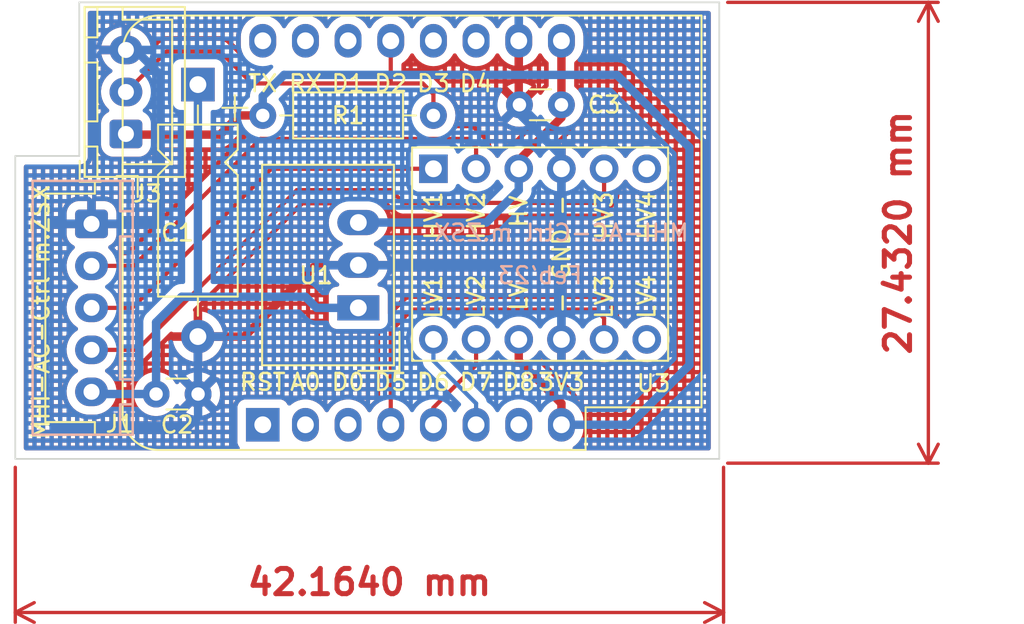
<source format=kicad_pcb>
(kicad_pcb (version 20211014) (generator pcbnew)
  (title_block (title "MHI-AC-Ctrl") (date "2022-10-24") (rev "v2.3"))
  (layers (0 "F.Cu" signal) (31 "B.Cu" signal) (34 "B.Paste" user) (35 "F.Paste" user) (36 "B.SilkS" user "B.Silkscreen") (37 "F.SilkS" user "F.Silkscreen") (38 "B.Mask" user) (39 "F.Mask" user) (44 "Edge.Cuts" user))
  (net 0 "")
  (net 1 "+12V")
  (net 2 "GND")
  (net 3 "+5V")
  (net 4 "MISO_5V")
  (net 5 "MOSI_5V")
  (net 6 "CLK_5V")
  (net 7 "+3V3")
  (net 8 "DS18x20")
  (net 12 "MOSI_3V3")
  (net 13 "MISO_3V3")
  (net 14 "CLK_3V3")
  (footprint "Converter_DCDC:Converter_DCDC_TRACO_TSR-1_THT" (layer "F.Cu") (at 99.6696 55.2704 90)
    (fp_text reference "U1" (at 1.9304 -2.5146 180) (layer "F.SilkS"))
    (fp_text value "TSR_1-2450" hide)
    (fp_line (start -3.42 -5.73) (end 8.52 -5.73) (layer "F.SilkS") (width 0.12))
    (fp_line (start -3.75 0) (end -3.75 2.45) (layer "F.SilkS") (width 0.12))
    (fp_line (start -3.75 2.45) (end -1.42 2.45) (layer "F.SilkS") (width 0.12))
    (fp_line (start 8.52 2.12) (end -3.42 2.12) (layer "F.SilkS") (width 0.12))
    (fp_line (start 8.52 -5.73) (end 8.52 2.12) (layer "F.SilkS") (width 0.12))
    (fp_line (start -3.42 2.12) (end -3.42 -5.73) (layer "F.SilkS") (width 0.12))
    (pad "1" thru_hole rect (at 0 0 90) (size 1.5 2.5) (drill 1) (layers *.Cu *.Mask) (net 1 "+12V"))
    (pad "2" thru_hole oval (at 2.54 0 90) (size 1.5 2.5) (drill 1) (layers *.Cu *.Mask) (net 2 "GND"))
    (pad "3" thru_hole oval (at 5.08 0 90) (size 1.5 2.5) (drill 1) (layers *.Cu *.Mask) (net 3 "+5V"))
  )
  (footprint "Connector_JST:JST_XH_B5B-XH-A_1x05_P2.50mm_Vertical" (layer "F.Cu") (at 83.7862 50.2704 -90)
    (fp_text reference "J1" (at 11.9088 -1.7 180) (layer "F.SilkS"))
    (fp_text value "Conn_01x05")
    (fp_line (start -2.55 -1.7) (end -0.75 -1.7) (layer "F.SilkS") (width 0.12))
    (fp_line (start 12.55 -2.45) (end 10.75 -2.45) (layer "F.SilkS") (width 0.12))
    (fp_line (start -2.56 -2.46) (end -2.56 3.51) (layer "F.SilkS") (width 0.12))
    (fp_line (start -2.85 -2.75) (end -2.85 -1.5) (layer "F.SilkS") (width 0.12))
    (fp_line (start -1.8 2.75) (end 5 2.75) (layer "F.SilkS") (width 0.12))
    (fp_line (start 10.75 -1.7) (end 12.55 -1.7) (layer "F.SilkS") (width 0.12))
    (fp_line (start 0.75 -1.7) (end 9.25 -1.7) (layer "F.SilkS") (width 0.12))
    (fp_line (start 11.8 -0.2) (end 11.8 2.75) (layer "F.SilkS") (width 0.12))
    (fp_line (start -1.6 -2.75) (end -2.85 -2.75) (layer "F.SilkS") (width 0.12))
    (fp_line (start -0.75 -2.45) (end -2.55 -2.45) (layer "F.SilkS") (width 0.12))
    (fp_line (start -2.55 -0.2) (end -1.8 -0.2) (layer "F.SilkS") (width 0.12))
    (fp_line (start -2.56 3.51) (end 12.56 3.51) (layer "F.SilkS") (width 0.12))
    (fp_line (start 12.56 -2.46) (end -2.56 -2.46) (layer "F.SilkS") (width 0.12))
    (fp_line (start -0.75 -1.7) (end -0.75 -2.45) (layer "F.SilkS") (width 0.12))
    (fp_line (start 10.75 -2.45) (end 10.75 -1.7) (layer "F.SilkS") (width 0.12))
    (fp_line (start 11.8 2.75) (end 5 2.75) (layer "F.SilkS") (width 0.12))
    (fp_line (start 9.25 -2.45) (end 0.75 -2.45) (layer "F.SilkS") (width 0.12))
    (fp_line (start 12.55 -0.2) (end 11.8 -0.2) (layer "F.SilkS") (width 0.12))
    (fp_line (start -2.55 -2.45) (end -2.55 -1.7) (layer "F.SilkS") (width 0.12))
    (fp_line (start 0.75 -2.45) (end 0.75 -1.7) (layer "F.SilkS") (width 0.12))
    (fp_line (start -1.8 -0.2) (end -1.8 2.75) (layer "F.SilkS") (width 0.12))
    (fp_line (start 12.56 3.51) (end 12.56 -2.46) (layer "F.SilkS") (width 0.12))
    (fp_line (start 12.55 -1.7) (end 12.55 -2.45) (layer "F.SilkS") (width 0.12))
    (fp_line (start 9.25 -1.7) (end 9.25 -2.45) (layer "F.SilkS") (width 0.12))
    (pad "1" thru_hole roundrect (at 0 0 270) (size 1.7 1.95) (drill 0.95) (layers *.Cu *.Mask) (roundrect_rratio 0.1470588235) (net 2 "GND"))
    (pad "2" thru_hole oval (at 2.5 0 270) (size 1.7 1.95) (drill 0.95) (layers *.Cu *.Mask) (net 4 "MISO_5V"))
    (pad "3" thru_hole oval (at 5 0 270) (size 1.7 1.95) (drill 0.95) (layers *.Cu *.Mask) (net 5 "MOSI_5V"))
    (pad "4" thru_hole oval (at 7.5 0 270) (size 1.7 1.95) (drill 0.95) (layers *.Cu *.Mask) (net 6 "CLK_5V"))
    (pad "5" thru_hole oval (at 10 0 270) (size 1.7 1.95) (drill 0.95) (layers *.Cu *.Mask) (net 1 "+12V"))
  )
  (footprint "Package_SO:SOIC-14_3.9x8.7mm_P1.27mm" (layer "F.Cu") (at 110.49 52.07 90)
    (fp_text reference "U3" (at -7.7 6.76 180) (layer "F.SilkS"))
    (fp_text value "LEVEL-SHIFTER-4CH")
    (fp_text user "LV1" (at -2.54 -6.35 90 unlocked) (layer "F.SilkS"))
    (fp_text user "LV" (at -2.54 -1.27 90 unlocked) (layer "F.SilkS"))
    (fp_text user "LV4" (at -2.54 6.35 90 unlocked) (layer "F.SilkS"))
    (fp_text user "LV3" (at -2.54 3.81 90 unlocked) (layer "F.SilkS"))
    (fp_text user "HV2" (at 2.286 -3.81 90 unlocked) (layer "F.SilkS"))
    (fp_text user "- GND -" (at 0 1.27 90 unlocked) (layer "F.SilkS"))
    (fp_text user "HV3" (at 2.286 3.81 90 unlocked) (layer "F.SilkS"))
    (fp_text user "HV4" (at 2.286 6.35 90 unlocked) (layer "F.SilkS"))
    (fp_text user "HV1" (at 2.286 -6.35 90 unlocked) (layer "F.SilkS"))
    (fp_text user "LV2" (at -2.54 -3.81 90 unlocked) (layer "F.SilkS"))
    (fp_text user "HV" (at 2.54 -1.27 90 unlocked) (layer "F.SilkS"))
    (fp_line (start -6.35 7.62) (end 6.35 7.62) (layer "F.SilkS") (width 0.12))
    (fp_line (start -6.35 -7.62) (end -6.35 7.62) (layer "F.SilkS") (width 0.12))
    (fp_line (start -6.35 -7.62) (end 6.35 -7.62) (layer "F.SilkS") (width 0.12))
    (fp_line (start 6.35 -7.62) (end 6.35 7.62) (layer "F.SilkS") (width 0.12))
    (pad "1" thru_hole rect (at 5.08 -6.35 90) (size 1.7 1.7) (drill 1) (layers *.Cu *.Mask) (net 5 "MOSI_5V"))
    (pad "2" thru_hole oval (at 5.08 -3.81 90) (size 1.7 1.7) (drill 1) (layers *.Cu *.Mask) (net 4 "MISO_5V"))
    (pad "3" thru_hole oval (at 5.08 -1.27 90) (size 1.7 1.7) (drill 1) (layers *.Cu *.Mask) (net 3 "+5V"))
    (pad "4" thru_hole oval (at 5.08 1.27 90) (size 1.7 1.7) (drill 1) (layers *.Cu *.Mask) (net 2 "GND"))
    (pad "5" thru_hole oval (at 5.08 3.81 90) (size 1.7 1.7) (drill 1) (layers *.Cu *.Mask) (net 6 "CLK_5V"))
    (pad "6" thru_hole oval (at 5.08 6.35 90) (size 1.7 1.7) (drill 1) (layers *.Cu *.Mask))
    (pad "7" thru_hole circle (at -5.08 -6.35 90) (size 1.7 1.7) (drill 1) (layers *.Cu *.Mask) (net 12 "MOSI_3V3"))
    (pad "8" thru_hole oval (at -5.08 -3.81 90) (size 1.7 1.7) (drill 1) (layers *.Cu *.Mask) (net 13 "MISO_3V3"))
    (pad "9" thru_hole oval (at -5.08 -1.27 90) (size 1.7 1.7) (drill 1) (layers *.Cu *.Mask) (net 7 "+3V3"))
    (pad "10" thru_hole oval (at -5.08 1.27 90) (size 1.7 1.7) (drill 1) (layers *.Cu *.Mask) (net 2 "GND"))
    (pad "11" thru_hole oval (at -5.08 3.81 90) (size 1.7 1.7) (drill 1) (layers *.Cu *.Mask) (net 14 "CLK_3V3"))
    (pad "12" thru_hole oval (at -5.08 6.35 90) (size 1.7 1.7) (drill 1) (layers *.Cu *.Mask))
  )
  (footprint "Connector_JST:JST_XH_B3B-XH-A_1x03_P2.50mm_Vertical" (layer "F.Cu") (at 85.835 44.918 90)
    (fp_text reference "J3" (at -3.556 1.2744) (layer "F.SilkS"))
    (fp_text value "Conn_01x03")
    (fp_line (start 7.56 3.51) (end 7.56 -2.46) (layer "F.SilkS") (width 0.12))
    (fp_line (start -1.8 2.75) (end 2.5 2.75) (layer "F.SilkS") (width 0.12))
    (fp_line (start 0.75 -2.45) (end 0.75 -1.7) (layer "F.SilkS") (width 0.12))
    (fp_line (start 5.75 -2.45) (end 5.75 -1.7) (layer "F.SilkS") (width 0.12))
    (fp_line (start 4.25 -2.45) (end 0.75 -2.45) (layer "F.SilkS") (width 0.12))
    (fp_line (start 6.8 -0.2) (end 6.8 2.75) (layer "F.SilkS") (width 0.12))
    (fp_line (start 4.25 -1.7) (end 4.25 -2.45) (layer "F.SilkS") (width 0.12))
    (fp_line (start 0.75 -1.7) (end 4.25 -1.7) (layer "F.SilkS") (width 0.12))
    (fp_line (start 6.8 2.75) (end 2.5 2.75) (layer "F.SilkS") (width 0.12))
    (fp_line (start -1.8 -0.2) (end -1.8 2.75) (layer "F.SilkS") (width 0.12))
    (fp_line (start -2.55 -1.7) (end -0.75 -1.7) (layer "F.SilkS") (width 0.12))
    (fp_line (start 7.55 -2.45) (end 5.75 -2.45) (layer "F.SilkS") (width 0.12))
    (fp_line (start 7.56 -2.46) (end -2.56 -2.46) (layer "F.SilkS") (width 0.12))
    (fp_line (start -2.55 -0.2) (end -1.8 -0.2) (layer "F.SilkS") (width 0.12))
    (fp_line (start -0.75 -2.45) (end -2.55 -2.45) (layer "F.SilkS") (width 0.12))
    (fp_line (start -2.56 3.51) (end 7.56 3.51) (layer "F.SilkS") (width 0.12))
    (fp_line (start 7.55 -0.2) (end 6.8 -0.2) (layer "F.SilkS") (width 0.12))
    (fp_line (start -2.56 -2.46) (end -2.56 3.51) (layer "F.SilkS") (width 0.12))
    (fp_line (start 7.55 -1.7) (end 7.55 -2.45) (layer "F.SilkS") (width 0.12))
    (fp_line (start -1.6 -2.75) (end -2.85 -2.75) (layer "F.SilkS") (width 0.12))
    (fp_line (start -2.55 -2.45) (end -2.55 -1.7) (layer "F.SilkS") (width 0.12))
    (fp_line (start 5.75 -1.7) (end 7.55 -1.7) (layer "F.SilkS") (width 0.12))
    (fp_line (start -2.85 -2.75) (end -2.85 -1.5) (layer "F.SilkS") (width 0.12))
    (fp_line (start -0.75 -1.7) (end -0.75 -2.45) (layer "F.SilkS") (width 0.12))
    (pad "1" thru_hole roundrect (at 0 0 90) (size 1.7 1.95) (drill 0.95) (layers *.Cu *.Mask) (roundrect_rratio 0.1470588235) (net 7 "+3V3"))
    (pad "2" thru_hole oval (at 2.5 0 90) (size 1.7 1.95) (drill 0.95) (layers *.Cu *.Mask) (net 8 "DS18x20"))
    (pad "3" thru_hole oval (at 5 0 90) (size 1.7 1.95) (drill 0.95) (layers *.Cu *.Mask) (net 2 "GND"))
  )
  (footprint "Module:WEMOS_D1_mini_light" (layer "F.Cu") (at 93.98 62.23 90)
    (fp_text reference "U2" hide)
    (fp_text value "WeMos_D1_mini")
    (fp_text user "D5" (at 2.54 7.62 unlocked) (layer "F.SilkS"))
    (fp_text user "3V3" (at 2.54 17.78 unlocked) (layer "F.SilkS"))
    (fp_text user "RST" (at 2.54 0 unlocked) (layer "F.SilkS"))
    (fp_text user "D7" (at 2.54 12.7 unlocked) (layer "F.SilkS"))
    (fp_text user "D1" (at 20.32 5.08 unlocked) (layer "F.SilkS"))
    (fp_text user "D0" (at 2.54 5.08 unlocked) (layer "F.SilkS"))
    (fp_text user "TX" (at 20.32 0 unlocked) (layer "F.SilkS"))
    (fp_text user "D3" (at 20.32 10.16 unlocked) (layer "F.SilkS"))
    (fp_text user "D8" (at 2.54 15.24 unlocked) (layer "F.SilkS"))
    (fp_text user "RX" (at 20.32 2.54 unlocked) (layer "F.SilkS"))
    (fp_text user "A0" (at 2.54 2.54 unlocked) (layer "F.SilkS"))
    (fp_text user "D2" (at 20.32 7.62 unlocked) (layer "F.SilkS"))
    (fp_text user "D6" (at 2.54 10.16 unlocked) (layer "F.SilkS"))
    (fp_text user "D4" (at 20.32 12.7 unlocked) (layer "F.SilkS"))
    (fp_line (start 24.36 26.12) (end 24.36 -6.21) (layer "F.SilkS") (width 0.12))
    (fp_line (start 22.24 -8.34) (end 0.63 -8.34) (layer "F.SilkS") (width 0.12))
    (fp_line (start 1.04 26.12) (end 24.36 26.12) (layer "F.SilkS") (width 0.12))
    (fp_line (start -1.5 19.22) (end -1.5 -6.21) (layer "F.SilkS") (width 0.12))
    (fp_line (start 1.04 19.22) (end 1.04 26.12) (layer "F.SilkS") (width 0.12))
    (fp_line (start -1.5 19.22) (end 1.04 19.22) (layer "F.SilkS") (width 0.12))
    (fp_arc (start -1.5 -6.21) (mid -0.876137 -7.716137) (end 0.63 -8.34) (layer "F.SilkS") (width 0.12))
    (fp_arc (start 22.23 -8.34) (mid 23.736137 -7.716137) (end 24.36 -6.21) (layer "F.SilkS") (width 0.12))
    (pad "1" thru_hole rect (at 0 0 90) (size 2 2) (drill 1) (layers *.Cu *.Mask))
    (pad "2" thru_hole oval (at 0 2.54 90) (size 2 1.6) (drill 1) (layers *.Cu *.Mask))
    (pad "3" thru_hole oval (at 0 5.08 90) (size 2 1.6) (drill 1) (layers *.Cu *.Mask))
    (pad "4" thru_hole oval (at 0 7.62 90) (size 2 1.6) (drill 1) (layers *.Cu *.Mask) (net 14 "CLK_3V3"))
    (pad "5" thru_hole oval (at 0 10.16 90) (size 2 1.6) (drill 1) (layers *.Cu *.Mask) (net 13 "MISO_3V3"))
    (pad "6" thru_hole oval (at 0 12.7 90) (size 2 1.6) (drill 1) (layers *.Cu *.Mask) (net 12 "MOSI_3V3"))
    (pad "7" thru_hole oval (at 0 15.24 90) (size 2 1.6) (drill 1) (layers *.Cu *.Mask))
    (pad "8" thru_hole oval (at 0 17.78 90) (size 2 1.6) (drill 1) (layers *.Cu *.Mask) (net 7 "+3V3"))
    (pad "9" thru_hole oval (at 22.86 17.78 90) (size 2 1.6) (drill 1) (layers *.Cu *.Mask) (net 3 "+5V"))
    (pad "10" thru_hole oval (at 22.86 15.24 90) (size 2 1.6) (drill 1) (layers *.Cu *.Mask) (net 2 "GND"))
    (pad "11" thru_hole oval (at 22.86 12.7 90) (size 2 1.6) (drill 1) (layers *.Cu *.Mask))
    (pad "12" thru_hole oval (at 22.86 10.16 90) (size 2 1.6) (drill 1) (layers *.Cu *.Mask))
    (pad "13" thru_hole oval (at 22.86 7.62 90) (size 2 1.6) (drill 1) (layers *.Cu *.Mask) (net 8 "DS18x20"))
    (pad "14" thru_hole oval (at 22.86 5.08 90) (size 2 1.6) (drill 1) (layers *.Cu *.Mask))
    (pad "15" thru_hole oval (at 22.86 2.54 90) (size 2 1.6) (drill 1) (layers *.Cu *.Mask))
    (pad "16" thru_hole oval (at 22.86 0 90) (size 2 1.6) (drill 1) (layers *.Cu *.Mask))
  )
  (footprint "Capacitor_THT:C_Disc_D3.0mm_W1.6mm_P2.50mm" (layer "F.Cu") (at 111.76 43.18 180)
    (fp_text reference "C3" (at -2.54 0) (layer "F.SilkS"))
    (fp_text value "100nF" hide)
    (fp_line (start 0.621 -0.92) (end 1.879 -0.92) (layer "F.SilkS") (width 0.12))
    (fp_line (start 0.621 0.92) (end 1.879 0.92) (layer "F.SilkS") (width 0.12))
    (pad "1" thru_hole circle (at 0 0 180) (size 1.6 1.6) (drill 0.8) (layers *.Cu *.Mask) (net 3 "+5V"))
    (pad "2" thru_hole circle (at 2.5 0 180) (size 1.6 1.6) (drill 0.8) (layers *.Cu *.Mask) (net 2 "GND"))
  )
  (footprint "Resistor_THT:R_Axial_DIN0207_L6.3mm_D2.5mm_P10.16mm_Horizontal" (layer "F.Cu") (at 93.98 43.815)
    (fp_text reference "R1" (at 5.08 0) (layer "F.SilkS"))
    (fp_text value "4k7")
    (fp_line (start 1.81 -1.37) (end 1.81 1.37) (layer "F.SilkS") (width 0.12))
    (fp_line (start 8.35 -1.37) (end 1.81 -1.37) (layer "F.SilkS") (width 0.12))
    (fp_line (start 1.81 1.37) (end 8.35 1.37) (layer "F.SilkS") (width 0.12))
    (fp_line (start 9.12 0) (end 8.35 0) (layer "F.SilkS") (width 0.12))
    (fp_line (start 1.04 0) (end 1.81 0) (layer "F.SilkS") (width 0.12))
    (fp_line (start 8.35 1.37) (end 8.35 -1.37) (layer "F.SilkS") (width 0.12))
    (pad "1" thru_hole circle (at 0 0) (size 1.6 1.6) (drill 0.8) (layers *.Cu *.Mask) (net 7 "+3V3"))
    (pad "2" thru_hole oval (at 10.16 0) (size 1.6 1.6) (drill 0.8) (layers *.Cu *.Mask) (net 8 "DS18x20"))
  )
  (footprint "Capacitor_THT:CP_Axial_L10.0mm_D4.5mm_P15.00mm_Horizontal" (layer "F.Cu") (at 90.1192 41.9792 -90)
    (fp_text reference "C1" (at 8.8208 1.2192) (layer "F.SilkS"))
    (fp_text value "22μF/25V")
    (fp_line (start 1.38 -2.95) (end 1.38 -1.45) (layer "F.SilkS") (width 0.12))
    (fp_line (start 13.76 0) (end 12.62 0) (layer "F.SilkS") (width 0.12))
    (fp_line (start 3.88 2.37) (end 4.63 1.62) (layer "F.SilkS") (width 0.12))
    (fp_line (start 0.63 -2.2) (end 2.13 -2.2) (layer "F.SilkS") (width 0.12))
    (fp_line (start 12.62 -2.37) (end 12.62 2.37) (layer "F.SilkS") (width 0.12))
    (fp_line (start 4.63 -1.62) (end 5.38 -2.37) (layer "F.SilkS") (width 0.12))
    (fp_line (start 5.38 2.37) (end 12.62 2.37) (layer "F.SilkS") (width 0.12))
    (fp_line (start 3.88 -2.37) (end 4.63 -1.62) (layer "F.SilkS") (width 0.12))
    (fp_line (start 4.63 1.62) (end 5.38 2.37) (layer "F.SilkS") (width 0.12))
    (fp_line (start 5.38 -2.37) (end 12.62 -2.37) (layer "F.SilkS") (width 0.12))
    (fp_line (start 2.38 -2.37) (end 2.38 2.37) (layer "F.SilkS") (width 0.12))
    (fp_line (start 1.24 0) (end 2.38 0) (layer "F.SilkS") (width 0.12))
    (fp_line (start 2.38 2.37) (end 3.88 2.37) (layer "F.SilkS") (width 0.12))
    (fp_line (start 2.38 -2.37) (end 3.88 -2.37) (layer "F.SilkS") (width 0.12))
    (pad "1" thru_hole rect (at 0 0 270) (size 2 2) (drill 1) (layers *.Cu *.Mask) (net 1 "+12V"))
    (pad "2" thru_hole oval (at 15 0 270) (size 2 2) (drill 1) (layers *.Cu *.Mask) (net 2 "GND"))
  )
  (footprint "Capacitor_THT:C_Disc_D3.0mm_W1.6mm_P2.50mm" (layer "F.Cu") (at 87.63 60.4012)
    (fp_text reference "C2" (at 1.25 1.8288) (layer "F.SilkS"))
    (fp_text value "100nF" hide)
    (fp_line (start 0.621 -0.92) (end 1.879 -0.92) (layer "F.SilkS") (width 0.12))
    (fp_line (start 0.621 0.92) (end 1.879 0.92) (layer "F.SilkS") (width 0.12))
    (pad "1" thru_hole circle (at 0 0) (size 1.6 1.6) (drill 0.8) (layers *.Cu *.Mask) (net 1 "+12V"))
    (pad "2" thru_hole circle (at 2.5 0) (size 1.6 1.6) (drill 0.8) (layers *.Cu *.Mask) (net 2 "GND"))
  )
  (gr_line (start 80.28 47.71) (end 86.24 47.71) (layer "B.SilkS") (width 0.15))
  (gr_line (start 80.28 62.82) (end 80.28 47.71) (layer "B.SilkS") (width 0.15))
  (gr_line (start 85.49 61.02) (end 86.23 61.01) (layer "B.SilkS") (width 0.15))
  (gr_line (start 86.24 62.82) (end 80.28 62.82) (layer "B.SilkS") (width 0.15))
  (gr_line (start 85.49 51.02) (end 85.49 59.52) (layer "B.SilkS") (width 0.15))
  (gr_line (start 86.24 47.71) (end 86.24 62.82) (layer "B.SilkS") (width 0.15))
  (gr_line (start 85.49 51.02) (end 86.24 51.02) (layer "B.SilkS") (width 0.15))
  (gr_line (start 85.49 59.52) (end 86.24 59.52) (layer "B.SilkS") (width 0.15))
  (gr_line (start 85.49 61.02) (end 85.49 62.82) (layer "B.SilkS") (width 0.15))
  (gr_line (start 85.49 49.51) (end 86.24 49.51) (layer "B.SilkS") (width 0.15))
  (gr_line (start 85.49 49.51) (end 85.5 47.71) (layer "B.SilkS") (width 0.15))
  (gr_line (start 83.058 46.228) (end 83.058 37.084) (layer "Edge.Cuts") (width 0.1))
  (gr_line (start 79.248 46.228) (end 83.058 46.228) (layer "Edge.Cuts") (width 0.1))
  (gr_line (start 121.158 64.262) (end 79.248 64.262) (layer "Edge.Cuts") (width 0.1))
  (gr_line (start 79.248 46.228) (end 79.248 64.262) (layer "Edge.Cuts") (width 0.1))
  (gr_line (start 83.058 37.084) (end 121.158 37.084) (layer "Edge.Cuts") (width 0.1))
  (gr_line (start 121.158 37.084) (end 121.158 64.262) (layer "Edge.Cuts") (width 0.1))
  (gr_text "MHI-AC-Ctrl m.ZSX" (at 111.76 50.8) (layer "B.SilkS") (effects (font (size 1 1)) (justify mirror)))
  (gr_text "Feb'23" (at 110.49 53.34) (layer "B.SilkS") (effects (font (size 1 1)) (justify mirror)))
  (gr_text "MHI-AC-Ctrl m.ZSX" (at 80.772 55.5244 90) (layer "F.SilkS") (effects (font (size 1 1))))
  (dimension (type aligned) (layer "F.Cu") (pts (xy 79.248 64.262) (xy 121.412 64.262)) (height 9.144) (gr_text "42,1640 mm" (at 100.33 71.606) (layer "F.Cu") (effects (font (size 1.5 1.5) (thickness 0.3)))) (format (units 3) (units_format 1) (precision 4)) (style (thickness 0.2) (arrow_length 1.27) (text_position_mode 0) (extension_height 0.58642) (extension_offset 0.5) keep_text_aligned))
  (dimension (type aligned) (layer "F.Cu") (pts (xy 121.158 37.084) (xy 121.158 64.516)) (height -12.446) (gr_text "27,4320 mm" (at 131.804 50.8 90) (layer "F.Cu") (effects (font (size 1.5 1.5) (thickness 0.3)))) (format (units 3) (units_format 1) (precision 4)) (style (thickness 0.2) (arrow_length 1.27) (text_position_mode 0) (extension_height 0.58642) (extension_offset 0.5) keep_text_aligned))
  (segment (start 87.63 60.4012) (end 83.917 60.4012) (width 0.5) (layer "B.Cu") (net 1))
  (segment (start 99.6696 55.2704) (end 97.1804 55.2704) (width 0.5) (layer "B.Cu") (net 1))
  (segment (start 90.1192 54.5592) (end 90.17 54.61) (width 0.5) (layer "B.Cu") (net 1))
  (segment (start 96.52 54.61) (end 90.17 54.61) (width 0.5) (layer "B.Cu") (net 1))
  (segment (start 90.1192 41.9792) (end 90.1192 54.5592) (width 0.5) (layer "B.Cu") (net 1))
  (segment (start 89.154 54.61) (end 87.63 56.134) (width 0.5) (layer "B.Cu") (net 1))
  (segment (start 83.917 60.4012) (end 83.7862 60.2704) (width 0.5) (layer "B.Cu") (net 1))
  (segment (start 97.1804 55.2704) (end 96.52 54.61) (width 0.5) (layer "B.Cu") (net 1))
  (segment (start 90.17 54.61) (end 89.154 54.61) (width 0.5) (layer "B.Cu") (net 1))
  (segment (start 87.63 56.134) (end 87.63 60.4012) (width 0.5) (layer "B.Cu") (net 1))
  (segment (start 109.22 39.37) (end 109.22 43.14) (width 0.5) (layer "F.Cu") (net 2))
  (segment (start 90.1192 56.9792) (end 92.8808 56.9792) (width 0.5) (layer "F.Cu") (net 2))
  (segment (start 92.8808 56.9792) (end 97.1296 52.7304) (width 0.5) (layer "F.Cu") (net 2))
  (segment (start 109.22 43.14) (end 109.26 43.18) (width 0.5) (layer "F.Cu") (net 2))
  (segment (start 97.1296 52.7304) (end 99.6696 52.7304) (width 0.5) (layer "F.Cu") (net 2))
  (segment (start 83.7862 50.2704) (end 87.6516 50.2704) (width 0.5) (layer "B.Cu") (net 2))
  (segment (start 111.76 46.99) (end 111.76 46.228) (width 0.5) (layer "B.Cu") (net 2))
  (segment (start 87.6516 50.2704) (end 87.884 50.038) (width 0.5) (layer "B.Cu") (net 2))
  (segment (start 86.4 39.918) (end 85.835 39.918) (width 0.5) (layer "B.Cu") (net 2))
  (segment (start 99.6696 52.7304) (end 111.6076 52.7304) (width 0.5) (layer "B.Cu") (net 2))
  (segment (start 111.6076 52.7304) (end 111.76 52.578) (width 0.5) (layer "B.Cu") (net 2))
  (segment (start 83.7862 50.2704) (end 81.0476 50.2704) (width 0.5) (layer "B.Cu") (net 2))
  (segment (start 111.76 46.228) (end 109.26 43.728) (width 0.5) (layer "B.Cu") (net 2))
  (segment (start 109.26 43.728) (end 109.26 43.18) (width 0.5) (layer "B.Cu") (net 2))
  (segment (start 90.13 61.762) (end 90.13 60.4012) (width 0.5) (layer "B.Cu") (net 2))
  (segment (start 81.788 62.484) (end 89.408 62.484) (width 0.5) (layer "B.Cu") (net 2))
  (segment (start 81.026 50.292) (end 81.026 61.722) (width 0.5) (layer "B.Cu") (net 2))
  (segment (start 81.0476 50.2704) (end 81.026 50.292) (width 0.5) (layer "B.Cu") (net 2))
  (segment (start 111.76 46.99) (end 111.76 52.578) (width 0.5) (layer "B.Cu") (net 2))
  (segment (start 89.408 62.484) (end 90.13 61.762) (width 0.5) (layer "B.Cu") (net 2))
  (segment (start 87.884 50.038) (end 87.884 41.402) (width 0.5) (layer "B.Cu") (net 2))
  (segment (start 90.1192 56.9792) (end 90.1192 60.3904) (width 0.5) (layer "B.Cu") (net 2))
  (segment (start 111.76 52.578) (end 111.76 57.15) (width 0.5) (layer "B.Cu") (net 2))
  (segment (start 90.1192 60.3904) (end 90.13 60.4012) (width 0.5) (layer "B.Cu") (net 2))
  (segment (start 81.026 61.722) (end 81.788 62.484) (width 0.5) (layer "B.Cu") (net 2))
  (segment (start 87.884 41.402) (end 86.4 39.918) (width 0.5) (layer "B.Cu") (net 2))
  (segment (start 109.22 46.482) (end 109.22 46.99) (width 0.5) (layer "F.Cu") (net 3))
  (segment (start 111.76 43.942) (end 109.22 46.482) (width 0.5) (layer "F.Cu") (net 3))
  (segment (start 111.76 43.18) (end 111.76 43.942) (width 0.5) (layer "F.Cu") (net 3))
  (segment (start 111.76 39.37) (end 111.76 43.18) (width 0.5) (layer "F.Cu") (net 3))
  (segment (start 109.22 48.26) (end 109.22 46.99) (width 0.5) (layer "B.Cu") (net 3))
  (segment (start 99.6696 50.1904) (end 107.2896 50.1904) (width 0.5) (layer "B.Cu") (net 3))
  (segment (start 107.2896 50.1904) (end 109.22 48.26) (width 0.5) (layer "B.Cu") (net 3))
  (segment (start 93.853 45.212) (end 106.172 45.212) (width 0.25) (layer "F.Cu") (net 4))
  (segment (start 106.172 45.212) (end 106.68 45.72) (width 0.25) (layer "F.Cu") (net 4))
  (segment (start 86.2946 52.7704) (end 93.853 45.212) (width 0.25) (layer "F.Cu") (net 4))
  (segment (start 106.68 45.72) (end 106.68 46.99) (width 0.25) (layer "F.Cu") (net 4))
  (segment (start 83.7862 52.7704) (end 86.2946 52.7704) (width 0.25) (layer "F.Cu") (net 4))
  (segment (start 83.7862 55.2704) (end 86.2076 55.2704) (width 0.25) (layer "F.Cu") (net 5))
  (segment (start 94.488 46.99) (end 104.14 46.99) (width 0.25) (layer "F.Cu") (net 5))
  (segment (start 86.2076 55.2704) (end 94.488 46.99) (width 0.25) (layer "F.Cu") (net 5))
  (segment (start 86.5016 57.7704) (end 96.012 48.26) (width 0.25) (layer "F.Cu") (net 6))
  (segment (start 102.362 49.022) (end 113.792 49.022) (width 0.25) (layer "F.Cu") (net 6))
  (segment (start 101.6 48.26) (end 102.362 49.022) (width 0.25) (layer "F.Cu") (net 6))
  (segment (start 113.792 49.022) (end 114.3 48.514) (width 0.25) (layer "F.Cu") (net 6))
  (segment (start 114.3 48.514) (end 114.3 46.99) (width 0.25) (layer "F.Cu") (net 6))
  (segment (start 83.7862 57.7704) (end 86.5016 57.7704) (width 0.25) (layer "F.Cu") (net 6))
  (segment (start 96.012 48.26) (end 101.6 48.26) (width 0.25) (layer "F.Cu") (net 6))
  (segment (start 91.44 44.958) (end 85.875 44.958) (width 0.5) (layer "F.Cu") (net 7))
  (segment (start 85.875 44.958) (end 85.835 44.918) (width 0.5) (layer "F.Cu") (net 7))
  (segment (start 93.98 43.815) (end 92.583 43.815) (width 0.5) (layer "F.Cu") (net 7))
  (segment (start 109.22 58.42) (end 111.76 60.96) (width 0.5) (layer "F.Cu") (net 7))
  (segment (start 92.583 43.815) (end 91.44 44.958) (width 0.5) (layer "F.Cu") (net 7))
  (segment (start 109.22 57.15) (end 109.22 58.42) (width 0.5) (layer "F.Cu") (net 7))
  (segment (start 111.76 60.96) (end 111.76 62.23) (width 0.5) (layer "F.Cu") (net 7))
  (segment (start 93.98 43.815) (end 93.98 42.672) (width 0.5) (layer "B.Cu") (net 7))
  (segment (start 95.25 41.402) (end 115.062 41.402) (width 0.5) (layer "B.Cu") (net 7))
  (segment (start 119.38 58.674) (end 115.824 62.23) (width 0.5) (layer "B.Cu") (net 7))
  (segment (start 115.062 41.402) (end 119.38 45.72) (width 0.5) (layer "B.Cu") (net 7))
  (segment (start 93.98 42.672) (end 95.25 41.402) (width 0.5) (layer "B.Cu") (net 7))
  (segment (start 115.824 62.23) (end 111.76 62.23) (width 0.5) (layer "B.Cu") (net 7))
  (segment (start 119.38 45.72) (end 119.38 58.674) (width 0.5) (layer "B.Cu") (net 7))
  (segment (start 85.852 42.418) (end 85.835 42.418) (width 0.25) (layer "F.Cu") (net 8))
  (segment (start 101.6 41.91) (end 101.6 39.37) (width 0.25) (layer "F.Cu") (net 8))
  (segment (start 91.44 40.005) (end 93.345 41.91) (width 0.25) (layer "F.Cu") (net 8))
  (segment (start 88.265 40.005) (end 85.852 42.418) (width 0.25) (layer "F.Cu") (net 8))
  (segment (start 93.345 41.91) (end 101.6 41.91) (width 0.25) (layer "F.Cu") (net 8))
  (segment (start 104.14 42.545) (end 103.505 41.91) (width 0.25) (layer "F.Cu") (net 8))
  (segment (start 88.265 40.005) (end 91.44 40.005) (width 0.25) (layer "F.Cu") (net 8))
  (segment (start 103.505 41.91) (end 101.6 41.91) (width 0.25) (layer "F.Cu") (net 8))
  (segment (start 104.14 43.815) (end 104.14 42.545) (width 0.25) (layer "F.Cu") (net 8))
  (segment (start 104.14 58.42) (end 104.14 57.15) (width 0.25) (layer "B.Cu") (net 12))
  (segment (start 106.68 60.96) (end 104.14 58.42) (width 0.25) (layer "B.Cu") (net 12))
  (segment (start 106.68 62.23) (end 106.68 60.96) (width 0.25) (layer "B.Cu") (net 12))
  (segment (start 104.14 61.214) (end 106.68 58.674) (width 0.25) (layer "F.Cu") (net 13))
  (segment (start 104.14 62.23) (end 104.14 61.214) (width 0.25) (layer "F.Cu") (net 13))
  (segment (start 106.68 58.674) (end 106.68 57.15) (width 0.25) (layer "F.Cu") (net 13))
  (segment (start 114.3 55.88) (end 114.3 57.15) (width 0.25) (layer "F.Cu") (net 14))
  (segment (start 102.87 55.372) (end 113.792 55.372) (width 0.25) (layer "F.Cu") (net 14))
  (segment (start 113.792 55.372) (end 114.3 55.88) (width 0.25) (layer "F.Cu") (net 14))
  (segment (start 101.6 56.642) (end 102.87 55.372) (width 0.25) (layer "F.Cu") (net 14))
  (segment (start 101.6 62.23) (end 101.6 56.642) (width 0.25) (layer "F.Cu") (net 14))
  (zone (net 2) (net_name "GND") (layer "F.Cu") (connect_pads (clearance 0.508)) (min_thickness 0.254) (fill yes (mode hatch) (thermal_gap 0.508) (thermal_bridge_width 0.508) (hatch_thickness 0.254) (hatch_gap 0.254) (hatch_orientation 0) (hatch_border_algorithm hatch_thickness) (hatch_min_hole_area 0.3))
    (polygon (pts (xy 121.158 64.516) (xy 79.248 64.262) (xy 79.248 46.228) (xy 83.058 46.228) (xy 83.058 37.084) (xy 121.158 37.084)))
  )
  (zone (net 2) (net_name "GND") (layer "B.Cu") (connect_pads (clearance 0.508)) (min_thickness 0.254) (fill yes (mode hatch) (thermal_gap 0.508) (thermal_bridge_width 0.508) (hatch_thickness 0.254) (hatch_gap 0.254) (hatch_orientation 0) (hatch_border_algorithm hatch_thickness) (hatch_min_hole_area 0.3))
    (polygon (pts (xy 121.158 64.262) (xy 79.248 64.262) (xy 79.248 46.228) (xy 83.058 46.228) (xy 83.058 37.084) (xy 121.158 37.084)))
  )
)
</source>
